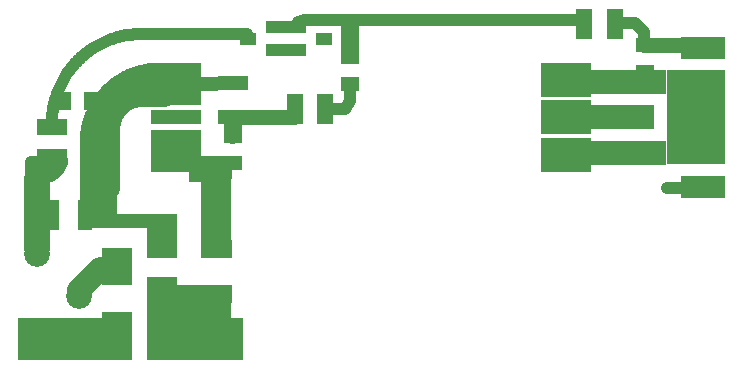
<source format=gbr>
G04 EAGLE Gerber RS-274X export*
G75*
%MOMM*%
%FSLAX34Y34*%
%LPD*%
%INTop Copper*%
%IPPOS*%
%AMOC8*
5,1,8,0,0,1.08239X$1,22.5*%
G01*
%ADD10R,2.250000X4.000000*%
%ADD11R,2.250000X4.375000*%
%ADD12R,1.625000X1.250000*%
%ADD13R,2.250000X1.250000*%
%ADD14R,1.500000X0.750000*%
%ADD15R,1.500000X2.625000*%
%ADD16R,1.125000X3.250000*%
%ADD17R,2.500000X1.000000*%
%ADD18R,2.500000X0.750000*%
%ADD19R,2.500000X1.625000*%
%ADD20R,2.000000X2.250000*%
%ADD21R,2.625000X6.875000*%
%ADD22R,5.000000X1.500000*%
%ADD23R,2.500000X4.125000*%
%ADD24R,8.125000X3.625000*%
%ADD25R,9.625000X3.625000*%
%ADD26R,1.875000X0.875000*%
%ADD27R,5.000000X1.750000*%
%ADD28R,4.100000X1.100000*%
%ADD29R,2.000000X0.200000*%
%ADD30R,1.397000X2.590800*%
%ADD31R,4.300000X3.640000*%
%ADD32R,4.300000X1.240000*%
%ADD33R,4.300000X2.840000*%
%ADD34R,6.000000X2.000000*%
%ADD35R,2.000000X2.000000*%
%ADD36R,7.000000X2.000000*%
%ADD37R,5.000000X8.000000*%
%ADD38R,1.400000X1.000000*%
%ADD39R,1.270000X2.540000*%
%ADD40C,2.184400*%
%ADD41R,2.540000X1.270000*%
%ADD42R,3.810000X1.905000*%
%ADD43R,2.590800X1.397000*%
%ADD44R,1.524000X1.270000*%
%ADD45R,2.540000X1.524000*%
%ADD46R,1.270000X1.524000*%
%ADD47C,1.016000*%
%ADD48C,1.000000*%
%ADD49C,1.270000*%
%ADD50C,0.906400*%
%ADD51C,2.000000*%
%ADD52C,0.756400*%
%ADD53C,2.184400*%


D10*
X-70000Y-74250D03*
D11*
X-117500Y-91125D03*
D12*
X28125Y28750D03*
D13*
X31250Y-38750D03*
D14*
X48750Y-8750D03*
D15*
X148000Y66875D03*
D16*
X-54375Y-71750D03*
D17*
X-11500Y-96750D03*
D18*
X-11500Y-104250D03*
D19*
X-50000Y-128625D03*
D20*
X21250Y-43750D03*
D21*
X34375Y-84875D03*
D22*
X1000Y-149250D03*
D23*
X-11500Y-156125D03*
D24*
X16625Y-187375D03*
D25*
X-85625Y-187375D03*
D26*
X38125Y-48125D03*
D27*
X22500Y-163750D03*
D28*
X-19500Y-86500D03*
D29*
X-30000Y-93000D03*
D30*
X371670Y79308D03*
X345666Y79308D03*
D31*
X250Y28000D03*
X250Y-28000D03*
D32*
X250Y0D03*
D33*
X330250Y32000D03*
X330250Y0D03*
X330250Y-32000D03*
D34*
X375250Y0D03*
D35*
X395250Y0D03*
D36*
X380250Y-30000D03*
X380250Y30000D03*
D37*
X440250Y0D03*
X440250Y0D03*
D38*
X61450Y66700D03*
X83450Y76200D03*
X83450Y57200D03*
X125950Y66700D03*
X103950Y57200D03*
X103950Y76200D03*
D39*
X-105038Y-82250D03*
X-76463Y-82250D03*
D40*
X-82097Y-150903D03*
X-117403Y-115597D03*
D30*
X126752Y7000D03*
X100748Y7000D03*
D41*
X48250Y213D03*
X48250Y28788D03*
D42*
X11000Y-188500D03*
X-79000Y-185250D03*
X446250Y58750D03*
D43*
X-104800Y-7698D03*
X-104800Y-33702D03*
D44*
X397500Y38570D03*
X397500Y61430D03*
X48750Y-38930D03*
X48750Y-16070D03*
X148000Y28570D03*
X148000Y51430D03*
D41*
X-50001Y-87462D03*
X-50000Y-116038D03*
X-11449Y-141238D03*
X-11450Y-112662D03*
D42*
X446250Y-58750D03*
D45*
X35000Y-149550D03*
X35000Y-111450D03*
X-50000Y-172050D03*
X-50000Y-133950D03*
D46*
X-72020Y14100D03*
X-94880Y14100D03*
D47*
X83450Y57200D02*
X103950Y57200D01*
X103950Y76200D02*
X83450Y76200D01*
X109250Y82500D02*
X347474Y82500D01*
X109250Y82500D02*
X103950Y81200D01*
X103950Y76200D01*
D48*
X345666Y79308D02*
X345948Y79590D01*
X347474Y79590D01*
D49*
X438750Y60000D02*
X446250Y58750D01*
X438750Y60000D02*
X436250Y61250D01*
X415000Y61250D01*
X396250Y61250D01*
D47*
X396250Y72500D01*
X388750Y80000D01*
X372500Y80000D01*
D50*
X415000Y61250D03*
D47*
X-101900Y-40450D02*
X-104800Y-33702D01*
X-101900Y-40450D02*
X-101900Y-41700D01*
X-101900Y-40450D02*
X-99400Y-37950D01*
X-96900Y-37950D01*
X-122350Y-37900D01*
X-122500Y-50250D01*
X-115250Y-50750D01*
X-114830Y-50795D01*
X-114408Y-50830D01*
X-113986Y-50854D01*
X-113564Y-50868D01*
X-113141Y-50872D01*
X-112719Y-50865D01*
X-112296Y-50848D01*
X-111875Y-50821D01*
X-111454Y-50783D01*
X-111034Y-50735D01*
X-110615Y-50677D01*
X-110198Y-50608D01*
X-109783Y-50530D01*
X-109369Y-50441D01*
X-108959Y-50342D01*
X-108550Y-50232D01*
X-108145Y-50113D01*
X-107742Y-49984D01*
X-107343Y-49845D01*
X-106947Y-49697D01*
X-106555Y-49539D01*
X-106167Y-49371D01*
X-105784Y-49193D01*
X-105404Y-49007D01*
X-105030Y-48811D01*
X-104660Y-48606D01*
X-104296Y-48392D01*
X-103937Y-48169D01*
X-103583Y-47937D01*
X-103236Y-47697D01*
X-102894Y-47448D01*
X-102558Y-47191D01*
X-102229Y-46926D01*
X-101907Y-46652D01*
X-101591Y-46371D01*
X-101282Y-46082D01*
X-100981Y-45786D01*
X-100687Y-45483D01*
X-100400Y-45172D01*
X-100121Y-44854D01*
X-99850Y-44530D01*
X-99587Y-44199D01*
X-99332Y-43862D01*
X-99086Y-43519D01*
X-98848Y-43169D01*
X-98619Y-42814D01*
X-98398Y-42454D01*
X-98187Y-42088D01*
X-97984Y-41717D01*
X-97791Y-41341D01*
X-97607Y-40960D01*
X-97432Y-40575D01*
X-97267Y-40186D01*
X-97111Y-39793D01*
X-96965Y-39397D01*
X-96829Y-38997D01*
X-96703Y-38593D01*
X-96586Y-38187D01*
X-96480Y-37778D01*
X-96384Y-37366D01*
X-96298Y-36952D01*
X-96222Y-36537D01*
X-96156Y-36119D01*
X-96100Y-35700D01*
X-96513Y-35683D01*
X-96927Y-35675D01*
X-97341Y-35678D01*
X-97754Y-35691D01*
X-98167Y-35713D01*
X-98580Y-35746D01*
X-98991Y-35789D01*
X-99402Y-35841D01*
X-99811Y-35904D01*
X-100218Y-35976D01*
X-100624Y-36059D01*
X-101027Y-36151D01*
X-101428Y-36253D01*
X-101826Y-36364D01*
X-102222Y-36485D01*
X-102614Y-36616D01*
X-103004Y-36756D01*
X-103389Y-36906D01*
X-103771Y-37065D01*
X-104149Y-37233D01*
X-104523Y-37410D01*
X-104893Y-37597D01*
X-105258Y-37792D01*
X-105618Y-37996D01*
X-105972Y-38208D01*
X-106322Y-38430D01*
X-106666Y-38659D01*
X-107005Y-38897D01*
X-107338Y-39143D01*
X-107664Y-39397D01*
X-107984Y-39659D01*
X-108298Y-39928D01*
X-108606Y-40205D01*
X-108906Y-40490D01*
X-109200Y-40781D01*
X-109486Y-41080D01*
X-109765Y-41385D01*
X-110037Y-41698D01*
X-110301Y-42016D01*
X-110557Y-42341D01*
X-110805Y-42672D01*
X-111045Y-43009D01*
X-111277Y-43352D01*
X-111500Y-43700D01*
X100748Y1998D02*
X100748Y7000D01*
X100748Y1998D02*
X100000Y1250D01*
X49288Y1250D01*
X48250Y213D01*
X250Y22713D02*
X250Y28000D01*
X-31700Y70602D02*
X-33528Y70517D01*
X-35354Y70388D01*
X-37177Y70215D01*
X-38994Y69998D01*
X-40806Y69737D01*
X-42611Y69432D01*
X-44408Y69084D01*
X-46196Y68693D01*
X-47974Y68258D01*
X-49741Y67780D01*
X-51496Y67260D01*
X-53238Y66698D01*
X-54965Y66094D01*
X-56678Y65448D01*
X-58375Y64761D01*
X-60054Y64033D01*
X-61716Y63265D01*
X-63358Y62457D01*
X-64980Y61610D01*
X-66582Y60723D01*
X-68161Y59798D01*
X-69718Y58835D01*
X-71251Y57835D01*
X-72760Y56798D01*
X-74242Y55725D01*
X-75699Y54617D01*
X-77128Y53473D01*
X-78530Y52296D01*
X-79902Y51084D01*
X-81245Y49840D01*
X-82557Y48564D01*
X-83838Y47257D01*
X-85087Y45919D01*
X-86304Y44551D01*
X-87487Y43154D01*
X-88636Y41730D01*
X-89750Y40277D01*
X-90828Y38799D01*
X-91871Y37294D01*
X-92877Y35765D01*
X-93846Y34212D01*
X-94777Y32636D01*
X-95670Y31038D01*
X-96523Y29419D01*
X-97338Y27780D01*
X-98112Y26121D01*
X-98846Y24444D01*
X-99540Y22750D01*
X-100192Y21040D01*
X-100803Y19315D01*
X-101372Y17575D01*
X-101899Y15822D01*
X-102383Y14057D01*
X-102824Y12280D01*
X-103223Y10494D01*
X-103578Y8698D01*
X-103890Y6894D01*
X-104158Y5084D01*
X-104382Y3267D01*
X-104562Y1446D01*
X-104698Y-380D01*
X-104790Y-2208D01*
X-104838Y-4038D01*
X-104841Y-5868D01*
X-104800Y-7698D01*
X-31700Y70602D02*
X60350Y70500D01*
X61450Y66700D02*
X62900Y66700D01*
X60350Y66600D01*
X60050Y66900D01*
X60350Y70500D01*
X61450Y66700D01*
X148000Y28570D02*
X148000Y13750D01*
X143250Y7000D01*
X126752Y7000D01*
D51*
X-82097Y-146347D02*
X-82097Y-150903D01*
X-63750Y-128000D02*
X-48750Y-128000D01*
X-63750Y-128000D02*
X-82097Y-146347D01*
D47*
X416250Y-60000D02*
X447500Y-60000D01*
D50*
X416250Y-60000D03*
D52*
X-3750Y-88000D03*
X-23750Y-88000D03*
X-13750Y-88000D03*
D53*
X-117500Y-78000D02*
X-117500Y-51750D01*
X-62500Y-69250D02*
X-59500Y-61750D01*
X-58000Y-60000D02*
X-58000Y-7000D01*
X-57918Y-6265D01*
X-57817Y-5532D01*
X-57698Y-4801D01*
X-57562Y-4074D01*
X-57408Y-3350D01*
X-57235Y-2630D01*
X-57046Y-1915D01*
X-56839Y-1205D01*
X-56614Y-500D01*
X-56372Y200D01*
X-56113Y893D01*
X-55838Y1580D01*
X-55545Y2259D01*
X-55236Y2931D01*
X-54910Y3596D01*
X-54569Y4252D01*
X-54211Y4900D01*
X-53837Y5539D01*
X-53448Y6168D01*
X-53044Y6788D01*
X-52624Y7397D01*
X-52190Y7996D01*
X-51741Y8585D01*
X-51278Y9162D01*
X-50800Y9727D01*
X-50309Y10281D01*
X-49805Y10822D01*
X-49287Y11351D01*
X-48757Y11867D01*
X-48214Y12370D01*
X-47659Y12859D01*
X-47092Y13335D01*
X-46514Y13796D01*
X-45924Y14244D01*
X-45324Y14676D01*
X-44713Y15094D01*
X-44092Y15496D01*
X-43462Y15884D01*
X-42822Y16255D01*
X-42173Y16611D01*
X-41516Y16951D01*
X-40850Y17275D01*
X-40177Y17582D01*
X-39496Y17872D01*
X-38809Y18146D01*
X-38115Y18403D01*
X-37415Y18642D01*
X-36709Y18865D01*
X-35998Y19070D01*
X-35282Y19257D01*
X-34562Y19427D01*
X-33838Y19579D01*
X-33110Y19714D01*
X-32379Y19830D01*
X-31646Y19929D01*
X-30910Y20009D01*
X-30173Y20072D01*
X-29434Y20116D01*
X-28695Y20142D01*
X-27955Y20150D01*
X-27215Y20140D01*
X-26476Y20111D01*
X-25737Y20065D01*
X-25000Y20000D01*
X-10000Y20000D01*
X-13000Y35000D02*
X-18000Y35000D01*
X-19000Y35000D01*
X-20300Y34886D01*
X-21596Y34740D01*
X-22888Y34562D01*
X-24176Y34353D01*
X-25458Y34112D01*
X-26733Y33840D01*
X-28002Y33536D01*
X-29263Y33202D01*
X-30515Y32836D01*
X-31758Y32440D01*
X-32991Y32014D01*
X-34213Y31557D01*
X-35423Y31071D01*
X-36621Y30555D01*
X-37807Y30009D01*
X-38978Y29435D01*
X-40135Y28832D01*
X-41277Y28201D01*
X-42402Y27543D01*
X-43512Y26856D01*
X-44604Y26143D01*
X-45679Y25403D01*
X-46734Y24637D01*
X-47771Y23846D01*
X-48788Y23029D01*
X-49785Y22187D01*
X-50761Y21322D01*
X-51715Y20432D01*
X-52647Y19520D01*
X-53557Y18584D01*
X-54443Y17627D01*
X-55305Y16648D01*
X-56143Y15649D01*
X-56957Y14629D01*
X-57745Y13589D01*
X-58507Y12531D01*
X-59244Y11454D01*
X-59953Y10359D01*
X-60635Y9248D01*
X-61290Y8119D01*
X-61917Y6976D01*
X-62516Y5817D01*
X-63086Y4643D01*
X-63628Y3456D01*
X-64140Y2257D01*
X-64622Y1045D01*
X-65074Y-179D01*
X-65497Y-1413D01*
X-65888Y-2657D01*
X-66250Y-3911D01*
X-66580Y-5173D01*
X-66879Y-6443D01*
X-67147Y-7719D01*
X-67384Y-9002D01*
X-67589Y-10290D01*
X-67762Y-11583D01*
X-67904Y-12880D01*
X-68014Y-14180D01*
X-68091Y-15482D01*
X-68137Y-16786D01*
X-68151Y-18090D01*
X-68133Y-19395D01*
X-68082Y-20698D01*
X-68000Y-22000D01*
X-68000Y-58000D01*
X-70000Y-54000D02*
X-70000Y-25000D01*
X-70082Y-23625D01*
X-70129Y-22247D01*
X-70143Y-20870D01*
X-70123Y-19492D01*
X-70069Y-18115D01*
X-69981Y-16740D01*
X-69860Y-15367D01*
X-69705Y-13998D01*
X-69516Y-12633D01*
X-69294Y-11273D01*
X-69039Y-9919D01*
X-68750Y-8572D01*
X-68429Y-7232D01*
X-68074Y-5900D01*
X-67687Y-4578D01*
X-67268Y-3265D01*
X-66817Y-1963D01*
X-66334Y-673D01*
X-65819Y605D01*
X-65273Y1871D01*
X-64697Y3122D01*
X-64090Y4359D01*
X-63452Y5581D01*
X-62785Y6786D01*
X-62088Y7975D01*
X-61363Y9147D01*
X-60609Y10300D01*
X-59826Y11434D01*
X-59017Y12549D01*
X-58180Y13644D01*
X-57316Y14717D01*
X-56427Y15770D01*
X-55511Y16800D01*
X-54571Y17807D01*
X-53607Y18791D01*
X-52618Y19751D01*
X-51607Y20687D01*
X-50572Y21597D01*
X-49516Y22482D01*
X-48438Y23340D01*
X-47339Y24172D01*
X-46221Y24977D01*
X-45083Y25754D01*
X-43926Y26502D01*
X-42751Y27222D01*
X-41559Y27913D01*
X-40351Y28575D01*
X-39126Y29207D01*
X-37886Y29808D01*
X-36632Y30379D01*
X-35364Y30919D01*
X-34084Y31428D01*
X-32791Y31905D01*
X-31487Y32350D01*
X-30173Y32763D01*
X-28848Y33144D01*
X-27515Y33492D01*
X-26174Y33807D01*
X-24825Y34090D01*
X-23470Y34339D01*
X-22109Y34554D01*
X-20743Y34737D01*
X-19373Y34885D01*
X-18000Y35000D01*
D49*
X48000Y0D02*
X48000Y-16000D01*
X48000Y0D02*
X100000Y0D01*
X-62000Y14000D02*
X-64000Y12000D01*
M02*

</source>
